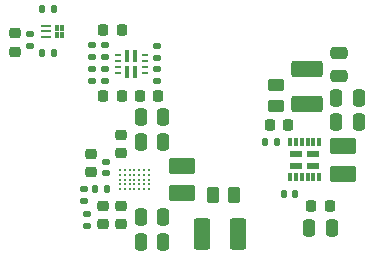
<source format=gtp>
G04 #@! TF.GenerationSoftware,KiCad,Pcbnew,7.0.5-0*
G04 #@! TF.CreationDate,2023-09-26T17:17:08-04:00*
G04 #@! TF.ProjectId,PowerPack,506f7765-7250-4616-936b-2e6b69636164,rev?*
G04 #@! TF.SameCoordinates,Original*
G04 #@! TF.FileFunction,Paste,Top*
G04 #@! TF.FilePolarity,Positive*
%FSLAX46Y46*%
G04 Gerber Fmt 4.6, Leading zero omitted, Abs format (unit mm)*
G04 Created by KiCad (PCBNEW 7.0.5-0) date 2023-09-26 17:17:08*
%MOMM*%
%LPD*%
G01*
G04 APERTURE LIST*
G04 Aperture macros list*
%AMRoundRect*
0 Rectangle with rounded corners*
0 $1 Rounding radius*
0 $2 $3 $4 $5 $6 $7 $8 $9 X,Y pos of 4 corners*
0 Add a 4 corners polygon primitive as box body*
4,1,4,$2,$3,$4,$5,$6,$7,$8,$9,$2,$3,0*
0 Add four circle primitives for the rounded corners*
1,1,$1+$1,$2,$3*
1,1,$1+$1,$4,$5*
1,1,$1+$1,$6,$7*
1,1,$1+$1,$8,$9*
0 Add four rect primitives between the rounded corners*
20,1,$1+$1,$2,$3,$4,$5,0*
20,1,$1+$1,$4,$5,$6,$7,0*
20,1,$1+$1,$6,$7,$8,$9,0*
20,1,$1+$1,$8,$9,$2,$3,0*%
G04 Aperture macros list end*
%ADD10RoundRect,0.225000X0.225000X0.250000X-0.225000X0.250000X-0.225000X-0.250000X0.225000X-0.250000X0*%
%ADD11RoundRect,0.250000X-0.250000X-0.475000X0.250000X-0.475000X0.250000X0.475000X-0.250000X0.475000X0*%
%ADD12RoundRect,0.135000X0.185000X-0.135000X0.185000X0.135000X-0.185000X0.135000X-0.185000X-0.135000X0*%
%ADD13RoundRect,0.250001X0.849999X-0.462499X0.849999X0.462499X-0.849999X0.462499X-0.849999X-0.462499X0*%
%ADD14RoundRect,0.135000X0.135000X0.185000X-0.135000X0.185000X-0.135000X-0.185000X0.135000X-0.185000X0*%
%ADD15RoundRect,0.225000X-0.250000X0.225000X-0.250000X-0.225000X0.250000X-0.225000X0.250000X0.225000X0*%
%ADD16RoundRect,0.225000X-0.225000X-0.250000X0.225000X-0.250000X0.225000X0.250000X-0.225000X0.250000X0*%
%ADD17RoundRect,0.135000X-0.185000X0.135000X-0.185000X-0.135000X0.185000X-0.135000X0.185000X0.135000X0*%
%ADD18RoundRect,0.250001X1.074999X-0.462499X1.074999X0.462499X-1.074999X0.462499X-1.074999X-0.462499X0*%
%ADD19RoundRect,0.250000X-0.262500X-0.450000X0.262500X-0.450000X0.262500X0.450000X-0.262500X0.450000X0*%
%ADD20RoundRect,0.225000X0.250000X-0.225000X0.250000X0.225000X-0.250000X0.225000X-0.250000X-0.225000X0*%
%ADD21RoundRect,0.140000X0.140000X0.170000X-0.140000X0.170000X-0.140000X-0.170000X0.140000X-0.170000X0*%
%ADD22C,0.254000*%
%ADD23RoundRect,0.135000X-0.135000X-0.185000X0.135000X-0.185000X0.135000X0.185000X-0.135000X0.185000X0*%
%ADD24RoundRect,0.250001X-0.462499X-1.074999X0.462499X-1.074999X0.462499X1.074999X-0.462499X1.074999X0*%
%ADD25RoundRect,0.140000X0.170000X-0.140000X0.170000X0.140000X-0.170000X0.140000X-0.170000X-0.140000X0*%
%ADD26RoundRect,0.250001X-0.849999X0.462499X-0.849999X-0.462499X0.849999X-0.462499X0.849999X0.462499X0*%
%ADD27R,1.000000X0.600000*%
%ADD28R,0.300000X0.650000*%
%ADD29RoundRect,0.087500X-0.087500X-0.172500X0.087500X-0.172500X0.087500X0.172500X-0.087500X0.172500X0*%
%ADD30RoundRect,0.062500X-0.325000X-0.062500X0.325000X-0.062500X0.325000X0.062500X-0.325000X0.062500X0*%
%ADD31RoundRect,0.250000X-0.475000X0.250000X-0.475000X-0.250000X0.475000X-0.250000X0.475000X0.250000X0*%
%ADD32R,0.399999X1.050000*%
%ADD33R,0.599999X0.200000*%
%ADD34RoundRect,0.250000X0.450000X-0.262500X0.450000X0.262500X-0.450000X0.262500X-0.450000X-0.262500X0*%
G04 APERTURE END LIST*
D10*
X110375000Y-54200000D03*
X108825000Y-54200000D03*
D11*
X112000000Y-72200000D03*
X113900000Y-72200000D03*
X112000000Y-70100000D03*
X113900000Y-70100000D03*
X128550000Y-62050000D03*
X130450000Y-62050000D03*
D12*
X107900000Y-56510000D03*
X107900000Y-55490000D03*
D11*
X112000000Y-63700000D03*
X113900000Y-63700000D03*
D13*
X129100000Y-66412500D03*
X129100000Y-64087500D03*
D14*
X123510000Y-63675000D03*
X122490000Y-63675000D03*
X104610000Y-52475000D03*
X103590000Y-52475000D03*
D15*
X101300000Y-54500000D03*
X101300000Y-56050000D03*
D16*
X111925000Y-59800000D03*
X113475000Y-59800000D03*
D17*
X109000000Y-55490000D03*
X109000000Y-56510000D03*
D18*
X126100000Y-60462500D03*
X126100000Y-57487500D03*
D12*
X107900000Y-58510000D03*
X107900000Y-57490000D03*
D19*
X118087500Y-68200000D03*
X119912500Y-68200000D03*
D20*
X110350000Y-70675000D03*
X110350000Y-69125000D03*
D21*
X125080000Y-68100000D03*
X124120000Y-68100000D03*
D22*
X110250000Y-66100000D03*
X110650000Y-66100000D03*
X111050000Y-66100000D03*
X111450000Y-66100000D03*
X111850000Y-66100000D03*
X112250000Y-66100000D03*
X112650000Y-66100000D03*
X110250000Y-66500000D03*
X110650000Y-66500000D03*
X111050000Y-66500000D03*
X111450000Y-66500000D03*
X111850000Y-66500000D03*
X112250000Y-66500000D03*
X112650000Y-66500000D03*
X110250000Y-66900000D03*
X110650000Y-66900000D03*
X111050000Y-66900000D03*
X111450000Y-66900000D03*
X111850000Y-66900000D03*
X112250000Y-66900000D03*
X112650000Y-66900000D03*
X110250000Y-67300000D03*
X110650000Y-67300000D03*
X111050000Y-67300000D03*
X111450000Y-67300000D03*
X111850000Y-67300000D03*
X112250000Y-67300000D03*
X112650000Y-67300000D03*
X110250000Y-67700000D03*
X110650000Y-67700000D03*
X111050000Y-67700000D03*
X111450000Y-67700000D03*
X111850000Y-67700000D03*
X112250000Y-67700000D03*
X112650000Y-67700000D03*
D17*
X102600000Y-54565000D03*
X102600000Y-55585000D03*
D10*
X124475000Y-62275000D03*
X122925000Y-62275000D03*
D16*
X126425000Y-69100000D03*
X127975000Y-69100000D03*
D23*
X103590000Y-56175000D03*
X104610000Y-56175000D03*
D17*
X113400000Y-57490000D03*
X113400000Y-58510000D03*
D24*
X117212500Y-71500000D03*
X120187500Y-71500000D03*
D11*
X128550000Y-59950000D03*
X130450000Y-59950000D03*
D25*
X109050000Y-66360000D03*
X109050000Y-65400000D03*
D12*
X107450000Y-70810000D03*
X107450000Y-69790000D03*
D11*
X112000000Y-61600000D03*
X113900000Y-61600000D03*
D26*
X115450000Y-65737500D03*
X115450000Y-68062500D03*
D20*
X107750000Y-66275000D03*
X107750000Y-64725000D03*
X110350000Y-64675000D03*
X110350000Y-63125000D03*
D27*
X125145000Y-65735000D03*
X126575000Y-65735000D03*
X125145000Y-64710000D03*
X126575000Y-64710000D03*
D28*
X124610000Y-66697500D03*
X125110000Y-66697500D03*
X125610000Y-66697500D03*
X126110000Y-66697500D03*
X126610000Y-66697500D03*
X127110000Y-66697500D03*
X127110000Y-63747500D03*
X126610000Y-63747500D03*
X126110000Y-63747500D03*
X125610000Y-63747500D03*
X125110000Y-63747500D03*
X124610000Y-63747500D03*
D29*
X104871400Y-54025000D03*
X104871400Y-54675000D03*
X105328600Y-54025000D03*
X105328600Y-54675000D03*
D30*
X103937500Y-53850000D03*
X103937500Y-54350000D03*
X103937500Y-54850000D03*
D31*
X128800000Y-56200000D03*
X128800000Y-58100000D03*
D32*
X111524998Y-56425000D03*
X110824999Y-56425000D03*
D33*
X110050000Y-56349999D03*
X110050000Y-56850000D03*
X110050000Y-57350000D03*
X110050000Y-57850001D03*
D32*
X110824999Y-57775000D03*
X111524998Y-57775000D03*
D33*
X112349998Y-57850001D03*
X112349998Y-57350000D03*
X112349998Y-56850000D03*
X112349998Y-56349999D03*
D10*
X110375000Y-59800000D03*
X108825000Y-59800000D03*
D25*
X113400000Y-56580000D03*
X113400000Y-55620000D03*
D17*
X109000000Y-57490000D03*
X109000000Y-58510000D03*
D23*
X108140000Y-67700000D03*
X109160000Y-67700000D03*
D20*
X108750000Y-70675000D03*
X108750000Y-69125000D03*
D12*
X107150000Y-68710000D03*
X107150000Y-67690000D03*
D11*
X126250000Y-71000000D03*
X128150000Y-71000000D03*
D34*
X123400000Y-60675000D03*
X123400000Y-58850000D03*
M02*

</source>
